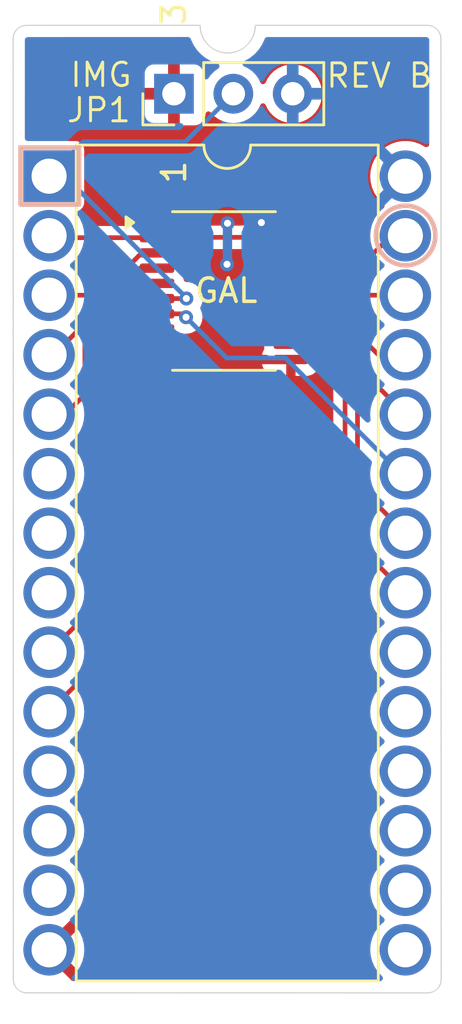
<source format=kicad_pcb>
(kicad_pcb (version 20240108) (generator "pcbnew") (generator_version "8.0")
  (layers (0 "F.Cu" signal) (31 "B.Cu" signal) (34 "B.Paste" user) (35 "F.Paste" user) (36 "B.SilkS" user "B.Silkscreen") (37 "F.SilkS" user "F.Silkscreen") (38 "B.Mask" user) (39 "F.Mask" user) (44 "Edge.Cuts" user))
  (net 0 "")
  (net 1 "A15")
  (net 2 "VCC")
  (net 3 "GND")
  (net 4 "A12")
  (net 6 "A6")
  (net 8 "A5")
  (net 10 "A11")
  (net 13 "A8")
  (net 14 "A0")
  (net 17 "A10")
  (net 19 "A1")
  (net 20 "A13")
  (net 21 "_OE")
  (net 22 "A14")
  (net 27 "A7")
  (net 28 "A9")
  (net 30 "CLK")
  (footprint "Package_SO:TSSOP-20_4.4x6.5mm_P0.65mm" (layer "F.Cu") (at 143.91 80.54)
    (property "Reference" "U2" (hide yes))
    (property "Value" "GAL16V8" (hide yes))
    (fp_line (start 0 -3.385) (end -2.2 -3.385) (stroke (width 0.12)) (layer "F.SilkS"))
    (fp_line (start 0 -3.385) (end 2.2 -3.385) (stroke (width 0.12)) (layer "F.SilkS"))
    (fp_line (start 0 3.385) (end -2.2 3.385) (stroke (width 0.12)) (layer "F.SilkS"))
    (fp_line (start 0 3.385) (end 2.2 3.385) (stroke (width 0.12)) (layer "F.SilkS"))
    (fp_poly (pts (xy -3.86 -2.925) (xy -4.19 -3.165) (xy -4.19 -2.685) (xy -3.86 -2.925)) (stroke (width 0.12)) (fill solid) (layer "F.SilkS"))
    (pad "1" smd roundrect (at -2.8625 -2.925) (size 1.475 0.4) (layers "F.Cu" "F.Paste" "F.Mask") (net 30 "CLK"))
    (pad "2" smd roundrect (at -2.8625 -2.275) (size 1.475 0.4) (layers "F.Cu" "F.Paste" "F.Mask") (net 4 "A12"))
    (pad "3" smd roundrect (at -2.8625 -1.625) (size 1.475 0.4) (layers "F.Cu" "F.Paste" "F.Mask") (net 27 "A7"))
    (pad "4" smd roundrect (at -2.8625 -0.975) (size 1.475 0.4) (layers "F.Cu" "F.Paste" "F.Mask") (net 6 "A6"))
    (pad "5" smd roundrect (at -2.8625 -0.325) (size 1.475 0.4) (layers "F.Cu" "F.Paste" "F.Mask") (net 8 "A5"))
    (pad "6" smd roundrect (at -2.8625 0.325) (size 1.475 0.4) (layers "F.Cu" "F.Paste" "F.Mask") (net 1 "A15"))
    (pad "7" smd roundrect (at -2.8625 0.975) (size 1.475 0.4) (layers "F.Cu" "F.Paste" "F.Mask") (net 10 "A11"))
    (pad "8" smd roundrect (at -2.8625 1.625) (size 1.475 0.4) (layers "F.Cu" "F.Paste" "F.Mask") (net 19 "A1"))
    (pad "9" smd roundrect (at -2.8625 2.275) (size 1.475 0.4) (layers "F.Cu" "F.Paste" "F.Mask") (net 14 "A0"))
    (pad "10" smd roundrect (at -2.8625 2.925) (size 1.475 0.4) (layers "F.Cu" "F.Paste" "F.Mask") (net 3 "GND"))
    (pad "11" smd roundrect (at 2.8625 2.925) (size 1.475 0.4) (layers "F.Cu" "F.Paste" "F.Mask") (net 3 "GND"))
    (pad "12" smd roundrect (at 2.8625 2.275) (size 1.475 0.4) (layers "F.Cu" "F.Paste" "F.Mask"))
    (pad "13" smd roundrect (at 2.8625 1.625) (size 1.475 0.4) (layers "F.Cu" "F.Paste" "F.Mask") (net 17 "A10"))
    (pad "14" smd roundrect (at 2.8625 0.975) (size 1.475 0.4) (layers "F.Cu" "F.Paste" "F.Mask") (net 21 "_OE"))
    (pad "15" smd roundrect (at 2.8625 0.325) (size 1.475 0.4) (layers "F.Cu" "F.Paste" "F.Mask") (net 28 "A9"))
    (pad "16" smd roundrect (at 2.8625 -0.325) (size 1.475 0.4) (layers "F.Cu" "F.Paste" "F.Mask") (net 13 "A8"))
    (pad "17" smd roundrect (at 2.8625 -0.975) (size 1.475 0.4) (layers "F.Cu" "F.Paste" "F.Mask") (net 20 "A13"))
    (pad "18" smd roundrect (at 2.8625 -1.625) (size 1.475 0.4) (layers "F.Cu" "F.Paste" "F.Mask") (net 22 "A14"))
    (pad "19" smd roundrect (at 2.8625 -2.275) (size 1.475 0.4) (layers "F.Cu" "F.Paste" "F.Mask") (net 30 "CLK"))
    (pad "20" smd roundrect (at 2.8625 -2.925) (size 1.475 0.4) (layers "F.Cu" "F.Paste" "F.Mask") (net 2 "VCC"))
  )
  (footprint "Connector_PinHeader_2.54mm:PinHeader_1x03_P2.54mm_Vertical" (layer "F.Cu") (at 141.77 72.12 90)
    (property "Reference" "JP1" (at -0.7 -3.21 0) (layer "F.SilkS") (effects (font (thickness 0.125))))
    (property "Value" "Image")
    (fp_line (start -1.33 -1.33) (end 0 -1.33) (stroke (width 0.12)) (layer "F.SilkS"))
    (fp_line (start -1.33 0) (end -1.33 -1.33) (stroke (width 0.12)) (layer "F.SilkS"))
    (fp_line (start 1.33 1.27) (end 1.33 6.41) (stroke (width 0.12)) (layer "F.SilkS"))
    (fp_line (start -1.33 1.27) (end 1.33 1.27) (stroke (width 0.12)) (layer "F.SilkS"))
    (fp_line (start -1.33 1.27) (end -1.33 6.41) (stroke (width 0.12)) (layer "F.SilkS"))
    (fp_line (start -1.33 6.41) (end 1.33 6.41) (stroke (width 0.12)) (layer "F.SilkS"))
    (fp_text user "3" (at 3.4 0 270) (layer "F.SilkS"))
    (fp_text user "1" (at -3.35 0 270) (layer "F.SilkS"))
    (pad "1" thru_hole rect (at 0 0 90) (size 1.7 1.7) (drill 1) (layers "*.Cu" "*.Mask") (net 3 "GND"))
    (pad "2" thru_hole oval (at 0 2.54 90) (size 1.7 1.7) (drill 1) (layers "*.Cu" "*.Mask") (net 1 "A15"))
    (pad "3" thru_hole oval (at 0 5.08 90) (size 1.7 1.7) (drill 1) (layers "*.Cu" "*.Mask") (net 2 "VCC"))
  )
  (footprint "laoshi:DIP-28_W15.24mm" (layer "F.Cu") (at 136.43 75.64)
    (property "Reference" "U1" (hide yes))
    (property "Value" "27512")
    (fp_line (start 1.16 -1.33) (end 1.16 34.35) (stroke (width 0.12)) (layer "F.SilkS"))
    (fp_line (start 1.16 34.35) (end 14.08 34.35) (stroke (width 0.12)) (layer "F.SilkS"))
    (fp_line (start 6.62 -1.33) (end 1.16 -1.33) (stroke (width 0.12)) (layer "F.SilkS"))
    (fp_line (start 14.08 -1.33) (end 8.62 -1.33) (stroke (width 0.12)) (layer "F.SilkS"))
    (fp_line (start 14.08 34.35) (end 14.08 -1.33) (stroke (width 0.12)) (layer "F.SilkS"))
    (fp_arc (start 8.62 -1.33) (mid 7.62 -0.33) (end 6.62 -1.33) (stroke (width 0.12)) (layer "F.SilkS"))
    (pad "1" thru_hole rect (at 0 0) (size 2.2 2.2) (drill 1.5) (layers "*.Cu" "*.Mask") (net 1 "A15"))
    (pad "2" thru_hole circle (at 0 2.54) (size 2.2 2.2) (drill 1.5) (layers "*.Cu" "*.Mask") (net 4 "A12"))
    (pad "3" thru_hole circle (at 0 5.08) (size 2.2 2.2) (drill 1.5) (layers "*.Cu" "*.Mask") (net 27 "A7"))
    (pad "4" thru_hole circle (at 0 7.62) (size 2.2 2.2) (drill 1.5) (layers "*.Cu" "*.Mask") (net 6 "A6"))
    (pad "5" thru_hole circle (at 0 10.16) (size 2.2 2.2) (drill 1.5) (layers "*.Cu" "*.Mask") (net 8 "A5"))
    (pad "6" thru_hole circle (at 0 12.7) (size 2.2 2.2) (drill 1.5) (layers "*.Cu" "*.Mask"))
    (pad "7" thru_hole circle (at 0 15.24) (size 2.2 2.2) (drill 1.5) (layers "*.Cu" "*.Mask"))
    (pad "8" thru_hole circle (at 0 17.78) (size 2.2 2.2) (drill 1.5) (layers "*.Cu" "*.Mask"))
    (pad "9" thru_hole circle (at 0 20.32) (size 2.2 2.2) (drill 1.5) (layers "*.Cu" "*.Mask") (net 19 "A1"))
    (pad "10" thru_hole circle (at 0 22.86) (size 2.2 2.2) (drill 1.5) (layers "*.Cu" "*.Mask") (net 14 "A0"))
    (pad "11" thru_hole circle (at 0 25.4) (size 2.2 2.2) (drill 1.5) (layers "*.Cu" "*.Mask"))
    (pad "12" thru_hole circle (at 0 27.94) (size 2.2 2.2) (drill 1.5) (layers "*.Cu" "*.Mask"))
    (pad "13" thru_hole circle (at 0 30.48) (size 2.2 2.2) (drill 1.5) (layers "*.Cu" "*.Mask"))
    (pad "14" thru_hole circle (at 0 33.02) (size 2.2 2.2) (drill 1.5) (layers "*.Cu" "*.Mask") (net 3 "GND"))
    (pad "15" thru_hole circle (at 15.24 33.02) (size 2.2 2.2) (drill 1.5) (layers "*.Cu" "*.Mask"))
    (pad "16" thru_hole circle (at 15.24 30.48) (size 2.2 2.2) (drill 1.5) (layers "*.Cu" "*.Mask"))
    (pad "17" thru_hole circle (at 15.24 27.94) (size 2.2 2.2) (drill 1.5) (layers "*.Cu" "*.Mask"))
    (pad "18" thru_hole circle (at 15.24 25.4) (size 2.2 2.2) (drill 1.5) (layers "*.Cu" "*.Mask"))
    (pad "19" thru_hole circle (at 15.24 22.86) (size 2.2 2.2) (drill 1.5) (layers "*.Cu" "*.Mask"))
    (pad "20" thru_hole circle (at 15.24 20.32) (size 2.2 2.2) (drill 1.5) (layers "*.Cu" "*.Mask"))
    (pad "21" thru_hole circle (at 15.24 17.78) (size 2.2 2.2) (drill 1.5) (layers "*.Cu" "*.Mask") (net 17 "A10"))
    (pad "22" thru_hole circle (at 15.24 15.24) (size 2.2 2.2) (drill 1.5) (layers "*.Cu" "*.Mask") (net 21 "_OE"))
    (pad "23" thru_hole circle (at 15.24 12.7) (size 2.2 2.2) (drill 1.5) (layers "*.Cu" "*.Mask") (net 10 "A11"))
    (pad "24" thru_hole circle (at 15.24 10.16) (size 2.2 2.2) (drill 1.5) (layers "*.Cu" "*.Mask") (net 28 "A9"))
    (pad "25" thru_hole circle (at 15.24 7.62) (size 2.2 2.2) (drill 1.5) (layers "*.Cu" "*.Mask") (net 13 "A8"))
    (pad "26" thru_hole circle (at 15.24 5.08) (size 2.2 2.2) (drill 1.5) (layers "*.Cu" "*.Mask") (net 20 "A13"))
    (pad "27" thru_hole circle (at 15.24 2.54) (size 2.2 2.2) (drill 1.5) (layers "*.Cu" "*.Mask") (net 22 "A14"))
    (pad "28" thru_hole circle (at 15.24 0) (size 2.2 2.2) (drill 1.5) (layers "*.Cu" "*.Mask") (net 2 "VCC"))
  )
  (gr_rect (start 135.21 74.42) (end 137.71 76.85) (stroke (width 0.2)) (fill none) (layer "B.SilkS"))
  (gr_circle (center 151.679961 78.17) (end 152.95 78.17) (stroke (width 0.2)) (fill none) (layer "B.SilkS"))
  (gr_arc (start 134.891123 69.777718) (mid 135.06 69.37) (end 135.467711 69.201104) (stroke (width 0.05)) (layer "Edge.Cuts"))
  (gr_line (start 153.189879 69.780122) (end 153.2 109.923414) (stroke (width 0.05)) (layer "Edge.Cuts"))
  (gr_arc (start 145.25 69.2) (mid 144.07 70.38) (end 142.89 69.2) (stroke (width 0.05)) (layer "Edge.Cuts"))
  (gr_arc (start 135.475 110.498414) (mid 135.068418 110.329996) (end 134.9 109.923414) (stroke (width 0.05)) (layer "Edge.Cuts"))
  (gr_arc (start 153.198414 109.925) (mid 153.029996 110.331582) (end 152.623414 110.5) (stroke (width 0.05)) (layer "Edge.Cuts"))
  (gr_line (start 145.25 69.2) (end 152.605 69.199999) (stroke (width 0.05)) (layer "Edge.Cuts"))
  (gr_line (start 135.47 69.2) (end 142.892289 69.199018) (stroke (width 0.05)) (layer "Edge.Cuts"))
  (gr_line (start 152.623414 110.5) (end 135.475 110.498414) (stroke (width 0.05)) (layer "Edge.Cuts"))
  (gr_line (start 134.9 109.923414) (end 134.891123 69.777718) (stroke (width 0.05)) (layer "Edge.Cuts"))
  (gr_arc (start 152.609878 69.200121) (mid 153.02 69.37) (end 153.189879 69.780122) (stroke (width 0.05)) (layer "Edge.Cuts"))
  (gr_text "REV B" (at 148.21 71.93 0) (layer "F.SilkS") (effects (font (size 1 1) (thickness 0.125)) (justify left bottom)))
  (gr_text "GAL" (at 142.57 81.11 0) (layer "F.SilkS") (effects (font (size 1 1)) (justify left bottom)))
  (gr_text "IMG\n" (at 137.26 71.9 0) (layer "F.SilkS") (effects (font (size 1 1) (thickness 0.125)) (justify left bottom)))
  (segment (start 142.295 80.865) (end 141.0475 80.865) (width 0.2) (layer "F.Cu") (net 1))
  (segment (start 142.3 80.86) (end 142.295 80.865) (width 0.2) (layer "F.Cu") (net 1))
  (via (at 142.3 80.86) (size 0.6) (drill 0.3) (layers "F.Cu" "B.Cu") (net 1))
  (segment (start 137.11 75.64) (end 136.43 75.64) (width 0.2) (layer "B.Cu") (net 1))
  (segment (start 142.26 74.17) (end 144.31 72.12) (width 0.2) (layer "B.Cu") (net 1))
  (segment (start 136.43 75.64) (end 137.9 74.17) (width 0.2) (layer "B.Cu") (net 1))
  (segment (start 142.3 80.83) (end 137.11 75.64) (width 0.2) (layer "B.Cu") (net 1))
  (segment (start 142.3 80.86) (end 142.3 80.83) (width 0.2) (layer "B.Cu") (net 1))
  (segment (start 137.9 74.17) (end 142.26 74.17) (width 0.2) (layer "B.Cu") (net 1))
  (segment (start 146.7675 77.62) (end 146.7725 77.615) (width 0.4) (layer "F.Cu") (net 2))
  (segment (start 145.51 77.62) (end 146.7675 77.62) (width 0.4) (layer "F.Cu") (net 2))
  (via (at 145.51 77.62) (size 0.6) (drill 0.3) (layers "F.Cu" "B.Cu") (net 2))
  (segment (start 146.772 83.465) (end 146.7725 83.465) (width 0.4) (layer "F.Cu") (net 3))
  (via (at 144.06 77.65) (size 0.6) (drill 0.3) (layers "F.Cu" "B.Cu") (net 3))
  (via (at 144.04 79.4) (size 0.6) (drill 0.3) (layers "F.Cu" "B.Cu") (net 3))
  (segment (start 144.06 79.38) (end 144.04 79.4) (width 0.4) (layer "B.Cu") (net 3))
  (segment (start 144.06 77.65) (end 144.06 79.38) (width 0.4) (layer "B.Cu") (net 3))
  (segment (start 136.515 78.265) (end 136.43 78.18) (width 0.2) (layer "F.Cu") (net 4))
  (segment (start 141.0475 78.265) (end 136.515 78.265) (width 0.2) (layer "F.Cu") (net 4))
  (segment (start 140.325 79.565) (end 136.63 83.26) (width 0.2) (layer "F.Cu") (net 6))
  (segment (start 136.63 83.26) (end 136.43 83.26) (width 0.2) (layer "F.Cu") (net 6))
  (segment (start 141.0475 79.565) (end 140.325 79.565) (width 0.2) (layer "F.Cu") (net 6))
  (segment (start 137.96 82.495686) (end 137.96 84.96) (width 0.2) (layer "F.Cu") (net 8))
  (segment (start 141.0475 80.215) (end 140.240686 80.215) (width 0.2) (layer "F.Cu") (net 8))
  (segment (start 140.240686 80.215) (end 137.96 82.495686) (width 0.2) (layer "F.Cu") (net 8))
  (segment (start 137.12 85.8) (end 136.43 85.8) (width 0.2) (layer "F.Cu") (net 8))
  (segment (start 137.96 84.96) (end 137.12 85.8) (width 0.2) (layer "F.Cu") (net 8))
  (segment (start 142.286778 81.659893) (end 142.141885 81.515) (width 0.2) (layer "F.Cu") (net 10))
  (segment (start 142.141885 81.515) (end 141.0475 81.515) (width 0.2) (layer "F.Cu") (net 10))
  (via (at 142.286778 81.659893) (size 0.6) (drill 0.3) (layers "F.Cu" "B.Cu") (net 10))
  (segment (start 142.286778 81.659893) (end 144.026885 83.4) (width 0.2) (layer "B.Cu") (net 10))
  (segment (start 146.54 83.4) (end 151.48 88.34) (width 0.2) (layer "B.Cu") (net 10))
  (segment (start 144.026885 83.4) (end 146.54 83.4) (width 0.2) (layer "B.Cu") (net 10))
  (segment (start 151.48 88.34) (end 151.67 88.34) (width 0.2) (layer "B.Cu") (net 10))
  (segment (start 146.7725 80.215) (end 147.465 80.215) (width 0.2) (layer "F.Cu") (net 13))
  (segment (start 147.465 80.215) (end 150.51 83.26) (width 0.2) (layer "F.Cu") (net 13))
  (segment (start 150.51 83.26) (end 151.67 83.26) (width 0.2) (layer "F.Cu") (net 13))
  (segment (start 138.76 96.17) (end 136.43 98.5) (width 0.2) (layer "F.Cu") (net 14))
  (segment (start 138.76 84.155686) (end 138.76 96.17) (width 0.2) (layer "F.Cu") (net 14))
  (segment (start 140.100686 82.815) (end 138.76 84.155686) (width 0.2) (layer "F.Cu") (net 14))
  (segment (start 141.0475 82.815) (end 140.100686 82.815) (width 0.2) (layer "F.Cu") (net 14))
  (segment (start 149.0878 83.8238) (end 149.0878 90.8378) (width 0.2) (layer "F.Cu") (net 17))
  (segment (start 149.0878 90.8378) (end 151.67 93.42) (width 0.2) (layer "F.Cu") (net 17))
  (segment (start 146.7725 82.165) (end 147.429 82.165) (width 0.2) (layer "F.Cu") (net 17))
  (segment (start 147.429 82.165) (end 149.0878 83.8238) (width 0.2) (layer "F.Cu") (net 17))
  (segment (start 141.0475 82.165) (end 140.185 82.165) (width 0.2) (layer "F.Cu") (net 19))
  (segment (start 140.185 82.165) (end 138.36 83.99) (width 0.2) (layer "F.Cu") (net 19))
  (segment (start 138.36 94.03) (end 136.43 95.96) (width 0.2) (layer "F.Cu") (net 19))
  (segment (start 138.36 83.99) (end 138.36 94.03) (width 0.2) (layer "F.Cu") (net 19))
  (segment (start 146.7725 79.565) (end 147.428456 79.565) (width 0.2) (layer "F.Cu") (net 20))
  (segment (start 147.428456 79.565) (end 148.583456 80.72) (width 0.2) (layer "F.Cu") (net 20))
  (segment (start 148.583456 80.72) (end 151.67 80.72) (width 0.2) (layer "F.Cu") (net 20))
  (segment (start 146.7725 81.515) (end 147.4308 81.515) (width 0.2) (layer "F.Cu") (net 21))
  (segment (start 149.6214 83.7056) (end 149.6214 88.8314) (width 0.2) (layer "F.Cu") (net 21))
  (segment (start 149.6214 88.8314) (end 151.67 90.88) (width 0.2) (layer "F.Cu") (net 21))
  (segment (start 147.4308 81.515) (end 149.6214 83.7056) (width 0.2) (layer "F.Cu") (net 21))
  (segment (start 151.06 78.18) (end 151.67 78.18) (width 0.2) (layer "F.Cu") (net 22))
  (segment (start 150.325 78.915) (end 151.06 78.18) (width 0.2) (layer "F.Cu") (net 22))
  (segment (start 146.7725 78.915) (end 150.325 78.915) (width 0.2) (layer "F.Cu") (net 22))
  (segment (start 138.604314 80.72) (end 136.43 80.72) (width 0.2) (layer "F.Cu") (net 27))
  (segment (start 141.0475 78.915) (end 140.391544 78.915) (width 0.2) (layer "F.Cu") (net 27))
  (segment (start 140.391544 78.915) (end 140.01 79.296544) (width 0.2) (layer "F.Cu") (net 27))
  (segment (start 140.01 79.314314) (end 138.604314 80.72) (width 0.2) (layer "F.Cu") (net 27))
  (segment (start 140.01 79.296544) (end 140.01 79.314314) (width 0.2) (layer "F.Cu") (net 27))
  (segment (start 146.7725 80.865) (end 147.4494 80.865) (width 0.2) (layer "F.Cu") (net 28))
  (segment (start 150.0231 84.1531) (end 151.67 85.8) (width 0.2) (layer "F.Cu") (net 28))
  (segment (start 147.4494 80.865) (end 150.0231 83.4387) (width 0.2) (layer "F.Cu") (net 28))
  (segment (start 150.0231 83.4387) (end 150.0231 84.1531) (width 0.2) (layer "F.Cu") (net 28))
  (segment (start 142.2 77.615) (end 141.0475 77.615) (width 0.2) (layer "F.Cu") (net 30))
  (segment (start 146.7575 78.25) (end 142.835 78.25) (width 0.2) (layer "F.Cu") (net 30))
  (segment (start 142.835 78.25) (end 142.2 77.615) (width 0.2) (layer "F.Cu") (net 30))
  (segment (start 146.7725 78.265) (end 146.7575 78.25) (width 0.2) (layer "F.Cu") (net 30))
  (zone (net 3) (net_name "GND") (layer "F.Cu") (connect_pads (clearance 0.4)) (min_thickness 0.25) (fill yes (thermal_gap 0.5) (thermal_bridge_width 0.5))
    (polygon (pts (xy 134.45 68.84) (xy 134.33 111.25) (xy 153.89 111.17) (xy 153.81 68.87)))
  )
  (zone (net 2) (net_name "VCC") (layer "B.Cu") (priority 1) (connect_pads (clearance 0.4)) (min_thickness 0.25) (fill yes (thermal_gap 0.5) (thermal_bridge_width 0.5) (island_removal_mode 1) (island_area_min 3))
    (polygon (pts (xy 134.41 68.87) (xy 134.34 111.29) (xy 154.11 111.39) (xy 153.98 68.69)))
  )
)
</source>
